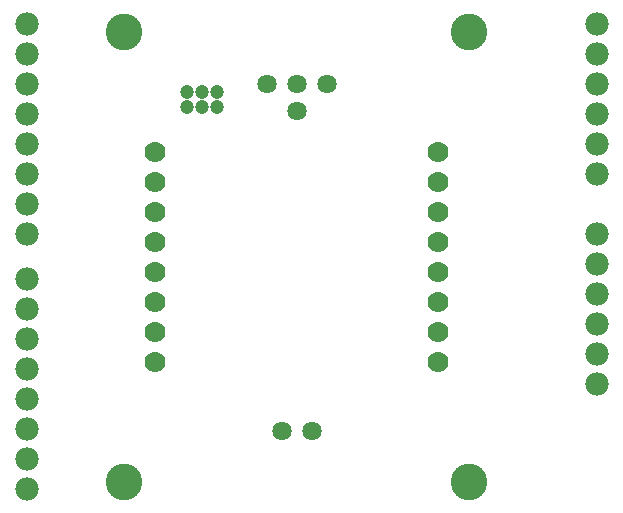
<source format=gbs>
G75*
G70*
%OFA0B0*%
%FSLAX24Y24*%
%IPPOS*%
%LPD*%
%AMOC8*
5,1,8,0,0,1.08239X$1,22.5*
%
%ADD10C,0.1221*%
%ADD11C,0.0700*%
%ADD12C,0.0473*%
%ADD13C,0.0642*%
%ADD14C,0.0780*%
D10*
X004750Y001750D03*
X016250Y001750D03*
X016250Y016750D03*
X004750Y016750D03*
D11*
X005776Y012750D03*
X005776Y011750D03*
X005776Y010750D03*
X005776Y009750D03*
X005776Y008750D03*
X005776Y007750D03*
X005776Y006750D03*
X005776Y005750D03*
X015224Y005750D03*
X015224Y006750D03*
X015224Y007750D03*
X015224Y008750D03*
X015224Y009750D03*
X015224Y010750D03*
X015224Y011750D03*
X015224Y012750D03*
D12*
X007848Y014250D03*
X007348Y014250D03*
X006848Y014250D03*
X006848Y014750D03*
X007348Y014750D03*
X007848Y014750D03*
D13*
X009500Y015000D03*
X010500Y015000D03*
X010500Y014105D03*
X011500Y015000D03*
X011000Y003440D03*
X010000Y003440D03*
D14*
X001500Y001500D03*
X001500Y002500D03*
X001500Y003500D03*
X001500Y004500D03*
X001500Y005500D03*
X001500Y006500D03*
X001500Y007500D03*
X001500Y008500D03*
X001500Y010000D03*
X001500Y011000D03*
X001500Y012000D03*
X001500Y013000D03*
X001500Y014000D03*
X001500Y015000D03*
X001500Y016000D03*
X001500Y017000D03*
X020500Y017000D03*
X020500Y016000D03*
X020500Y015000D03*
X020500Y014000D03*
X020500Y013000D03*
X020500Y012000D03*
X020500Y010000D03*
X020500Y009000D03*
X020500Y008000D03*
X020500Y007000D03*
X020500Y006000D03*
X020500Y005000D03*
M02*

</source>
